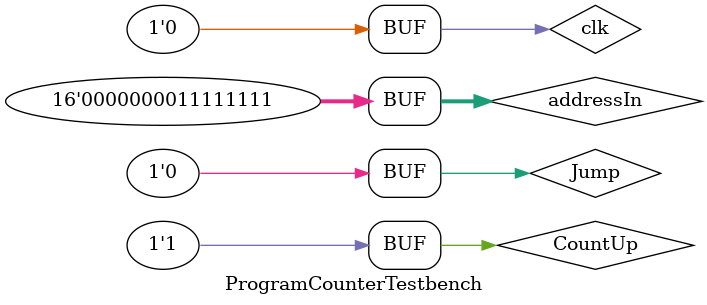
<source format=v>

`timescale 1ns / 1ps

module ProgramCounterTestbench;

    reg clk;
    reg CountUp;
    reg Jump;
    reg [15:0] addressIn;
    wire [15:0] addressOut;

    ProgramCounter uut(

        .clk(clk),
        .CountUp(CountUp),
        .Jump(Jump),
        .addressIn(addressIn),
        .addressOut(addressOut)

    );

    initial begin

        CountUp = 1; 
        #10 clk = 1; #10 clk = 0;
        #10 clk = 1; #10 clk = 0;
        #10 clk = 1; #10 clk = 0;

        CountUp = 0;
        addressIn = 16'hff; Jump = 1;
        #10 clk = 1; #10 clk = 0;
        Jump = 0; CountUp = 1;
        #10 clk = 1; #10 clk = 0;
        #10 clk = 1; #10 clk = 0;
        #10 clk = 1; #10 clk = 0;


    end


endmodule

</source>
